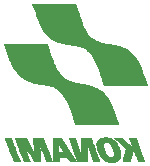
<source format=gbr>
G04 #@! TF.GenerationSoftware,KiCad,Pcbnew,(5.1.4)-1*
G04 #@! TF.CreationDate,2019-09-23T20:10:07+02:00*
G04 #@! TF.ProjectId,Konami-2_DE10Nano_adapter,4b6f6e61-6d69-42d3-925f-444531304e61,1.1*
G04 #@! TF.SameCoordinates,Original*
G04 #@! TF.FileFunction,Legend,Bot*
G04 #@! TF.FilePolarity,Positive*
%FSLAX46Y46*%
G04 Gerber Fmt 4.6, Leading zero omitted, Abs format (unit mm)*
G04 Created by KiCad (PCBNEW (5.1.4)-1) date 2019-09-23 20:10:07*
%MOMM*%
%LPD*%
G04 APERTURE LIST*
%ADD10C,0.010000*%
G04 APERTURE END LIST*
D10*
G36*
X176920399Y-61484161D02*
G01*
X176777147Y-61507881D01*
X176654229Y-61547763D01*
X176550836Y-61604252D01*
X176466162Y-61677792D01*
X176399400Y-61768829D01*
X176349744Y-61877807D01*
X176348144Y-61882421D01*
X176332155Y-61952623D01*
X176324484Y-62040117D01*
X176325028Y-62136820D01*
X176333685Y-62234649D01*
X176350352Y-62325519D01*
X176353934Y-62339542D01*
X176374979Y-62408774D01*
X176405066Y-62495142D01*
X176441739Y-62592628D01*
X176482540Y-62695217D01*
X176525013Y-62796892D01*
X176566701Y-62891637D01*
X176605146Y-62973434D01*
X176637891Y-63036267D01*
X176639926Y-63039835D01*
X176701186Y-63132106D01*
X176776552Y-63223329D01*
X176859519Y-63306685D01*
X176943583Y-63375355D01*
X176987306Y-63404025D01*
X177080821Y-63450797D01*
X177190832Y-63492016D01*
X177307168Y-63524109D01*
X177358842Y-63534616D01*
X177431737Y-63543767D01*
X177521294Y-63549230D01*
X177617680Y-63550887D01*
X177711059Y-63548620D01*
X177791596Y-63542311D01*
X177809157Y-63540003D01*
X177948789Y-63509120D01*
X178068791Y-63460122D01*
X178169280Y-63392925D01*
X178250372Y-63307439D01*
X178312183Y-63203578D01*
X178335543Y-63145737D01*
X178353352Y-63071449D01*
X178362633Y-62979601D01*
X178363013Y-62919778D01*
X177810424Y-62919778D01*
X177801099Y-62963529D01*
X177782318Y-63006406D01*
X177782311Y-63006420D01*
X177738460Y-63062234D01*
X177676421Y-63104184D01*
X177601583Y-63131008D01*
X177519340Y-63141442D01*
X177435081Y-63134226D01*
X177354199Y-63108096D01*
X177352158Y-63107138D01*
X177293420Y-63072190D01*
X177238815Y-63023926D01*
X177187079Y-62960238D01*
X177136947Y-62879015D01*
X177087154Y-62778149D01*
X177036435Y-62655529D01*
X176983525Y-62509047D01*
X176970536Y-62470632D01*
X176948094Y-62400433D01*
X176926244Y-62326622D01*
X176906270Y-62254201D01*
X176889457Y-62188171D01*
X176877088Y-62133532D01*
X176870447Y-62095285D01*
X176870174Y-62079666D01*
X176876804Y-62054532D01*
X176883339Y-62026377D01*
X176897134Y-61993752D01*
X176922175Y-61955590D01*
X176932665Y-61942785D01*
X176989644Y-61897127D01*
X177061050Y-61869484D01*
X177141915Y-61859463D01*
X177227275Y-61866673D01*
X177312161Y-61890721D01*
X177391609Y-61931215D01*
X177457160Y-61984192D01*
X177493241Y-62029648D01*
X177534259Y-62096605D01*
X177578306Y-62180718D01*
X177623476Y-62277642D01*
X177667860Y-62383033D01*
X177709552Y-62492545D01*
X177746644Y-62601835D01*
X177777228Y-62706556D01*
X177781494Y-62723004D01*
X177800639Y-62805542D01*
X177810277Y-62869124D01*
X177810424Y-62919778D01*
X178363013Y-62919778D01*
X178363279Y-62878009D01*
X178355183Y-62774491D01*
X178341770Y-62692822D01*
X178314160Y-62587332D01*
X178274050Y-62468737D01*
X178224272Y-62343231D01*
X178167659Y-62217009D01*
X178107043Y-62096265D01*
X178045258Y-61987193D01*
X177985135Y-61895986D01*
X177965509Y-61870061D01*
X177870414Y-61763114D01*
X177769219Y-61677191D01*
X177654919Y-61606596D01*
X177619526Y-61588758D01*
X177504677Y-61539726D01*
X177391527Y-61505821D01*
X177272145Y-61485372D01*
X177138598Y-61476711D01*
X177084789Y-61476157D01*
X176920399Y-61484161D01*
X176920399Y-61484161D01*
G37*
X176920399Y-61484161D02*
X176777147Y-61507881D01*
X176654229Y-61547763D01*
X176550836Y-61604252D01*
X176466162Y-61677792D01*
X176399400Y-61768829D01*
X176349744Y-61877807D01*
X176348144Y-61882421D01*
X176332155Y-61952623D01*
X176324484Y-62040117D01*
X176325028Y-62136820D01*
X176333685Y-62234649D01*
X176350352Y-62325519D01*
X176353934Y-62339542D01*
X176374979Y-62408774D01*
X176405066Y-62495142D01*
X176441739Y-62592628D01*
X176482540Y-62695217D01*
X176525013Y-62796892D01*
X176566701Y-62891637D01*
X176605146Y-62973434D01*
X176637891Y-63036267D01*
X176639926Y-63039835D01*
X176701186Y-63132106D01*
X176776552Y-63223329D01*
X176859519Y-63306685D01*
X176943583Y-63375355D01*
X176987306Y-63404025D01*
X177080821Y-63450797D01*
X177190832Y-63492016D01*
X177307168Y-63524109D01*
X177358842Y-63534616D01*
X177431737Y-63543767D01*
X177521294Y-63549230D01*
X177617680Y-63550887D01*
X177711059Y-63548620D01*
X177791596Y-63542311D01*
X177809157Y-63540003D01*
X177948789Y-63509120D01*
X178068791Y-63460122D01*
X178169280Y-63392925D01*
X178250372Y-63307439D01*
X178312183Y-63203578D01*
X178335543Y-63145737D01*
X178353352Y-63071449D01*
X178362633Y-62979601D01*
X178363013Y-62919778D01*
X177810424Y-62919778D01*
X177801099Y-62963529D01*
X177782318Y-63006406D01*
X177782311Y-63006420D01*
X177738460Y-63062234D01*
X177676421Y-63104184D01*
X177601583Y-63131008D01*
X177519340Y-63141442D01*
X177435081Y-63134226D01*
X177354199Y-63108096D01*
X177352158Y-63107138D01*
X177293420Y-63072190D01*
X177238815Y-63023926D01*
X177187079Y-62960238D01*
X177136947Y-62879015D01*
X177087154Y-62778149D01*
X177036435Y-62655529D01*
X176983525Y-62509047D01*
X176970536Y-62470632D01*
X176948094Y-62400433D01*
X176926244Y-62326622D01*
X176906270Y-62254201D01*
X176889457Y-62188171D01*
X176877088Y-62133532D01*
X176870447Y-62095285D01*
X176870174Y-62079666D01*
X176876804Y-62054532D01*
X176883339Y-62026377D01*
X176897134Y-61993752D01*
X176922175Y-61955590D01*
X176932665Y-61942785D01*
X176989644Y-61897127D01*
X177061050Y-61869484D01*
X177141915Y-61859463D01*
X177227275Y-61866673D01*
X177312161Y-61890721D01*
X177391609Y-61931215D01*
X177457160Y-61984192D01*
X177493241Y-62029648D01*
X177534259Y-62096605D01*
X177578306Y-62180718D01*
X177623476Y-62277642D01*
X177667860Y-62383033D01*
X177709552Y-62492545D01*
X177746644Y-62601835D01*
X177777228Y-62706556D01*
X177781494Y-62723004D01*
X177800639Y-62805542D01*
X177810277Y-62869124D01*
X177810424Y-62919778D01*
X178363013Y-62919778D01*
X178363279Y-62878009D01*
X178355183Y-62774491D01*
X178341770Y-62692822D01*
X178314160Y-62587332D01*
X178274050Y-62468737D01*
X178224272Y-62343231D01*
X178167659Y-62217009D01*
X178107043Y-62096265D01*
X178045258Y-61987193D01*
X177985135Y-61895986D01*
X177965509Y-61870061D01*
X177870414Y-61763114D01*
X177769219Y-61677191D01*
X177654919Y-61606596D01*
X177619526Y-61588758D01*
X177504677Y-61539726D01*
X177391527Y-61505821D01*
X177272145Y-61485372D01*
X177138598Y-61476711D01*
X177084789Y-61476157D01*
X176920399Y-61484161D01*
G36*
X179285980Y-61521639D02*
G01*
X179214038Y-61522100D01*
X179155986Y-61522806D01*
X179115798Y-61523705D01*
X179097450Y-61524745D01*
X179096737Y-61525001D01*
X179101058Y-61537977D01*
X179113301Y-61573078D01*
X179132388Y-61627251D01*
X179157238Y-61697445D01*
X179186773Y-61780607D01*
X179219913Y-61873686D01*
X179237028Y-61921675D01*
X179271362Y-62018539D01*
X179302305Y-62107085D01*
X179328820Y-62184245D01*
X179349869Y-62246952D01*
X179364416Y-62292139D01*
X179371425Y-62316738D01*
X179371797Y-62320343D01*
X179361086Y-62312798D01*
X179332634Y-62289001D01*
X179288447Y-62250725D01*
X179230530Y-62199743D01*
X179160891Y-62137829D01*
X179081535Y-62066757D01*
X178994467Y-61988300D01*
X178923100Y-61923669D01*
X178479926Y-61521474D01*
X178166699Y-61521474D01*
X178078463Y-61521882D01*
X177999929Y-61523026D01*
X177934779Y-61524790D01*
X177886697Y-61527054D01*
X177859363Y-61529701D01*
X177854452Y-61531500D01*
X177864289Y-61542210D01*
X177892080Y-61568945D01*
X177935858Y-61609898D01*
X177993658Y-61663260D01*
X178063512Y-61727224D01*
X178143455Y-61799981D01*
X178231520Y-61879724D01*
X178316073Y-61955947D01*
X178410559Y-62041030D01*
X178499408Y-62121185D01*
X178580544Y-62194529D01*
X178651891Y-62259178D01*
X178711373Y-62313250D01*
X178756912Y-62354859D01*
X178786434Y-62382122D01*
X178797460Y-62392693D01*
X178802112Y-62400029D01*
X178804486Y-62411536D01*
X178804068Y-62429599D01*
X178800341Y-62456604D01*
X178792789Y-62494935D01*
X178780898Y-62546976D01*
X178764150Y-62615113D01*
X178742031Y-62701731D01*
X178714024Y-62809213D01*
X178679614Y-62939946D01*
X178676734Y-62950854D01*
X178646370Y-63066016D01*
X178618239Y-63173009D01*
X178593053Y-63269101D01*
X178571525Y-63351561D01*
X178554367Y-63417657D01*
X178542292Y-63464657D01*
X178536011Y-63489829D01*
X178535263Y-63493345D01*
X178548016Y-63495219D01*
X178583813Y-63496888D01*
X178638963Y-63498275D01*
X178709774Y-63499302D01*
X178792554Y-63499890D01*
X178849421Y-63500000D01*
X178937864Y-63499658D01*
X179016674Y-63498698D01*
X179082159Y-63497218D01*
X179130627Y-63495319D01*
X179158386Y-63493098D01*
X179163579Y-63491573D01*
X179166826Y-63475409D01*
X179175979Y-63437042D01*
X179190150Y-63379881D01*
X179208456Y-63307332D01*
X179230009Y-63222804D01*
X179253925Y-63129706D01*
X179279317Y-63031444D01*
X179305300Y-62931427D01*
X179330989Y-62833063D01*
X179355498Y-62739760D01*
X179377940Y-62654926D01*
X179397432Y-62581968D01*
X179413086Y-62524296D01*
X179424018Y-62485315D01*
X179429342Y-62468436D01*
X179429558Y-62468061D01*
X179435912Y-62478102D01*
X179450740Y-62510601D01*
X179473007Y-62563028D01*
X179501682Y-62632851D01*
X179535732Y-62717540D01*
X179574122Y-62814564D01*
X179615821Y-62921391D01*
X179638158Y-62979166D01*
X179838684Y-63499526D01*
X180376610Y-63500000D01*
X180110615Y-62788132D01*
X180057574Y-62646140D01*
X180004168Y-62503096D01*
X179951717Y-62362540D01*
X179901541Y-62228011D01*
X179854959Y-62103049D01*
X179813291Y-61991193D01*
X179777856Y-61895981D01*
X179749974Y-61820955D01*
X179741780Y-61798868D01*
X179638941Y-61521474D01*
X179367839Y-61521474D01*
X179285980Y-61521639D01*
X179285980Y-61521639D01*
G37*
X179285980Y-61521639D02*
X179214038Y-61522100D01*
X179155986Y-61522806D01*
X179115798Y-61523705D01*
X179097450Y-61524745D01*
X179096737Y-61525001D01*
X179101058Y-61537977D01*
X179113301Y-61573078D01*
X179132388Y-61627251D01*
X179157238Y-61697445D01*
X179186773Y-61780607D01*
X179219913Y-61873686D01*
X179237028Y-61921675D01*
X179271362Y-62018539D01*
X179302305Y-62107085D01*
X179328820Y-62184245D01*
X179349869Y-62246952D01*
X179364416Y-62292139D01*
X179371425Y-62316738D01*
X179371797Y-62320343D01*
X179361086Y-62312798D01*
X179332634Y-62289001D01*
X179288447Y-62250725D01*
X179230530Y-62199743D01*
X179160891Y-62137829D01*
X179081535Y-62066757D01*
X178994467Y-61988300D01*
X178923100Y-61923669D01*
X178479926Y-61521474D01*
X178166699Y-61521474D01*
X178078463Y-61521882D01*
X177999929Y-61523026D01*
X177934779Y-61524790D01*
X177886697Y-61527054D01*
X177859363Y-61529701D01*
X177854452Y-61531500D01*
X177864289Y-61542210D01*
X177892080Y-61568945D01*
X177935858Y-61609898D01*
X177993658Y-61663260D01*
X178063512Y-61727224D01*
X178143455Y-61799981D01*
X178231520Y-61879724D01*
X178316073Y-61955947D01*
X178410559Y-62041030D01*
X178499408Y-62121185D01*
X178580544Y-62194529D01*
X178651891Y-62259178D01*
X178711373Y-62313250D01*
X178756912Y-62354859D01*
X178786434Y-62382122D01*
X178797460Y-62392693D01*
X178802112Y-62400029D01*
X178804486Y-62411536D01*
X178804068Y-62429599D01*
X178800341Y-62456604D01*
X178792789Y-62494935D01*
X178780898Y-62546976D01*
X178764150Y-62615113D01*
X178742031Y-62701731D01*
X178714024Y-62809213D01*
X178679614Y-62939946D01*
X178676734Y-62950854D01*
X178646370Y-63066016D01*
X178618239Y-63173009D01*
X178593053Y-63269101D01*
X178571525Y-63351561D01*
X178554367Y-63417657D01*
X178542292Y-63464657D01*
X178536011Y-63489829D01*
X178535263Y-63493345D01*
X178548016Y-63495219D01*
X178583813Y-63496888D01*
X178638963Y-63498275D01*
X178709774Y-63499302D01*
X178792554Y-63499890D01*
X178849421Y-63500000D01*
X178937864Y-63499658D01*
X179016674Y-63498698D01*
X179082159Y-63497218D01*
X179130627Y-63495319D01*
X179158386Y-63493098D01*
X179163579Y-63491573D01*
X179166826Y-63475409D01*
X179175979Y-63437042D01*
X179190150Y-63379881D01*
X179208456Y-63307332D01*
X179230009Y-63222804D01*
X179253925Y-63129706D01*
X179279317Y-63031444D01*
X179305300Y-62931427D01*
X179330989Y-62833063D01*
X179355498Y-62739760D01*
X179377940Y-62654926D01*
X179397432Y-62581968D01*
X179413086Y-62524296D01*
X179424018Y-62485315D01*
X179429342Y-62468436D01*
X179429558Y-62468061D01*
X179435912Y-62478102D01*
X179450740Y-62510601D01*
X179473007Y-62563028D01*
X179501682Y-62632851D01*
X179535732Y-62717540D01*
X179574122Y-62814564D01*
X179615821Y-62921391D01*
X179638158Y-62979166D01*
X179838684Y-63499526D01*
X180376610Y-63500000D01*
X180110615Y-62788132D01*
X180057574Y-62646140D01*
X180004168Y-62503096D01*
X179951717Y-62362540D01*
X179901541Y-62228011D01*
X179854959Y-62103049D01*
X179813291Y-61991193D01*
X179777856Y-61895981D01*
X179749974Y-61820955D01*
X179741780Y-61798868D01*
X179638941Y-61521474D01*
X179367839Y-61521474D01*
X179285980Y-61521639D01*
G36*
X175046041Y-61551553D02*
G01*
X175045508Y-61577631D01*
X175044047Y-61625921D01*
X175041773Y-61693452D01*
X175038803Y-61777255D01*
X175035253Y-61874362D01*
X175031239Y-61981802D01*
X175026878Y-62096607D01*
X175022286Y-62215807D01*
X175017579Y-62336434D01*
X175012873Y-62455517D01*
X175008284Y-62570087D01*
X175003929Y-62677175D01*
X174999924Y-62773813D01*
X174996385Y-62857030D01*
X174993428Y-62923857D01*
X174991170Y-62971326D01*
X174989726Y-62996466D01*
X174989358Y-62999730D01*
X174984551Y-62988101D01*
X174971987Y-62953337D01*
X174952427Y-62897647D01*
X174926630Y-62823241D01*
X174895357Y-62732328D01*
X174859368Y-62627116D01*
X174819423Y-62509815D01*
X174776283Y-62382634D01*
X174736773Y-62265757D01*
X174487816Y-61528158D01*
X174238908Y-61524521D01*
X174160641Y-61523903D01*
X174092439Y-61524369D01*
X174038454Y-61525808D01*
X174002837Y-61528108D01*
X173989741Y-61531159D01*
X173989738Y-61531205D01*
X173994252Y-61545069D01*
X174007409Y-61582058D01*
X174028499Y-61640249D01*
X174056815Y-61717720D01*
X174091648Y-61812546D01*
X174132291Y-61922806D01*
X174178035Y-62046575D01*
X174228173Y-62181930D01*
X174281995Y-62326949D01*
X174338795Y-62479708D01*
X174354027Y-62520628D01*
X174718579Y-63499729D01*
X175102921Y-63499864D01*
X175487263Y-63500000D01*
X175489147Y-63409763D01*
X175489681Y-63378567D01*
X175490491Y-63323627D01*
X175491540Y-63247936D01*
X175492786Y-63154484D01*
X175494191Y-63046263D01*
X175495716Y-62926265D01*
X175497322Y-62797481D01*
X175498968Y-62662903D01*
X175499173Y-62645962D01*
X175507315Y-61972399D01*
X175783290Y-62732857D01*
X176059265Y-63493316D01*
X176569121Y-63500574D01*
X176550879Y-63450155D01*
X176543385Y-63429601D01*
X176527455Y-63386033D01*
X176503856Y-63321544D01*
X176473353Y-63238224D01*
X176436712Y-63138164D01*
X176394699Y-63023455D01*
X176348079Y-62896188D01*
X176297619Y-62758455D01*
X176244084Y-62612345D01*
X176190424Y-62465909D01*
X176135192Y-62315124D01*
X176082722Y-62171744D01*
X176033729Y-62037731D01*
X175988929Y-61915048D01*
X175949035Y-61805659D01*
X175914765Y-61711524D01*
X175886832Y-61634608D01*
X175865952Y-61576873D01*
X175852840Y-61540281D01*
X175848211Y-61526795D01*
X175848210Y-61526778D01*
X175835386Y-61525449D01*
X175799094Y-61524242D01*
X175742599Y-61523200D01*
X175669171Y-61522367D01*
X175582077Y-61521784D01*
X175484584Y-61521497D01*
X175447158Y-61521474D01*
X175046105Y-61521474D01*
X175046041Y-61551553D01*
X175046041Y-61551553D01*
G37*
X175046041Y-61551553D02*
X175045508Y-61577631D01*
X175044047Y-61625921D01*
X175041773Y-61693452D01*
X175038803Y-61777255D01*
X175035253Y-61874362D01*
X175031239Y-61981802D01*
X175026878Y-62096607D01*
X175022286Y-62215807D01*
X175017579Y-62336434D01*
X175012873Y-62455517D01*
X175008284Y-62570087D01*
X175003929Y-62677175D01*
X174999924Y-62773813D01*
X174996385Y-62857030D01*
X174993428Y-62923857D01*
X174991170Y-62971326D01*
X174989726Y-62996466D01*
X174989358Y-62999730D01*
X174984551Y-62988101D01*
X174971987Y-62953337D01*
X174952427Y-62897647D01*
X174926630Y-62823241D01*
X174895357Y-62732328D01*
X174859368Y-62627116D01*
X174819423Y-62509815D01*
X174776283Y-62382634D01*
X174736773Y-62265757D01*
X174487816Y-61528158D01*
X174238908Y-61524521D01*
X174160641Y-61523903D01*
X174092439Y-61524369D01*
X174038454Y-61525808D01*
X174002837Y-61528108D01*
X173989741Y-61531159D01*
X173989738Y-61531205D01*
X173994252Y-61545069D01*
X174007409Y-61582058D01*
X174028499Y-61640249D01*
X174056815Y-61717720D01*
X174091648Y-61812546D01*
X174132291Y-61922806D01*
X174178035Y-62046575D01*
X174228173Y-62181930D01*
X174281995Y-62326949D01*
X174338795Y-62479708D01*
X174354027Y-62520628D01*
X174718579Y-63499729D01*
X175102921Y-63499864D01*
X175487263Y-63500000D01*
X175489147Y-63409763D01*
X175489681Y-63378567D01*
X175490491Y-63323627D01*
X175491540Y-63247936D01*
X175492786Y-63154484D01*
X175494191Y-63046263D01*
X175495716Y-62926265D01*
X175497322Y-62797481D01*
X175498968Y-62662903D01*
X175499173Y-62645962D01*
X175507315Y-61972399D01*
X175783290Y-62732857D01*
X176059265Y-63493316D01*
X176569121Y-63500574D01*
X176550879Y-63450155D01*
X176543385Y-63429601D01*
X176527455Y-63386033D01*
X176503856Y-63321544D01*
X176473353Y-63238224D01*
X176436712Y-63138164D01*
X176394699Y-63023455D01*
X176348079Y-62896188D01*
X176297619Y-62758455D01*
X176244084Y-62612345D01*
X176190424Y-62465909D01*
X176135192Y-62315124D01*
X176082722Y-62171744D01*
X176033729Y-62037731D01*
X175988929Y-61915048D01*
X175949035Y-61805659D01*
X175914765Y-61711524D01*
X175886832Y-61634608D01*
X175865952Y-61576873D01*
X175852840Y-61540281D01*
X175848211Y-61526795D01*
X175848210Y-61526778D01*
X175835386Y-61525449D01*
X175799094Y-61524242D01*
X175742599Y-61523200D01*
X175669171Y-61522367D01*
X175582077Y-61521784D01*
X175484584Y-61521497D01*
X175447158Y-61521474D01*
X175046105Y-61521474D01*
X175046041Y-61551553D01*
G36*
X172617747Y-61838748D02*
G01*
X172619902Y-61926704D01*
X172622251Y-62035966D01*
X172624696Y-62161104D01*
X172627139Y-62296688D01*
X172629482Y-62437288D01*
X172631626Y-62577476D01*
X172633381Y-62704579D01*
X172635139Y-62828733D01*
X172637125Y-62949282D01*
X172639257Y-63062526D01*
X172641454Y-63164764D01*
X172643636Y-63252297D01*
X172645722Y-63321424D01*
X172647630Y-63368445D01*
X172648071Y-63376342D01*
X172655653Y-63500000D01*
X173151633Y-63500000D01*
X173142746Y-63389711D01*
X173137230Y-63323771D01*
X173131156Y-63255000D01*
X173125799Y-63197804D01*
X173125586Y-63195639D01*
X173117313Y-63111857D01*
X173462103Y-63115428D01*
X173806893Y-63119000D01*
X173935209Y-63308888D01*
X174063526Y-63498776D01*
X174334707Y-63499388D01*
X174426202Y-63499466D01*
X174494178Y-63499039D01*
X174541854Y-63497822D01*
X174572445Y-63495532D01*
X174589169Y-63491884D01*
X174595245Y-63486593D01*
X174593888Y-63479376D01*
X174592405Y-63476605D01*
X174583172Y-63462125D01*
X174560336Y-63426972D01*
X174524986Y-63372807D01*
X174478213Y-63301295D01*
X174421107Y-63214099D01*
X174354758Y-63112882D01*
X174280257Y-62999308D01*
X174198694Y-62875040D01*
X174111159Y-62741740D01*
X174091136Y-62711263D01*
X173537680Y-62711263D01*
X173108895Y-62711263D01*
X173102178Y-62667816D01*
X173098947Y-62639172D01*
X173094725Y-62590316D01*
X173089774Y-62525495D01*
X173084360Y-62448958D01*
X173078746Y-62364952D01*
X173073194Y-62277726D01*
X173067970Y-62191527D01*
X173063337Y-62110604D01*
X173059558Y-62039205D01*
X173056897Y-61981577D01*
X173055618Y-61941968D01*
X173055985Y-61924628D01*
X173056032Y-61924473D01*
X173063742Y-61932236D01*
X173083554Y-61960768D01*
X173114052Y-62007766D01*
X173153823Y-62070931D01*
X173201452Y-62147960D01*
X173255526Y-62236552D01*
X173314629Y-62334407D01*
X173377348Y-62439222D01*
X173442268Y-62548698D01*
X173499814Y-62646581D01*
X173537680Y-62711263D01*
X174091136Y-62711263D01*
X174018741Y-62601073D01*
X173946187Y-62490684D01*
X173313451Y-61528158D01*
X172961336Y-61524590D01*
X172609222Y-61521022D01*
X172617747Y-61838748D01*
X172617747Y-61838748D01*
G37*
X172617747Y-61838748D02*
X172619902Y-61926704D01*
X172622251Y-62035966D01*
X172624696Y-62161104D01*
X172627139Y-62296688D01*
X172629482Y-62437288D01*
X172631626Y-62577476D01*
X172633381Y-62704579D01*
X172635139Y-62828733D01*
X172637125Y-62949282D01*
X172639257Y-63062526D01*
X172641454Y-63164764D01*
X172643636Y-63252297D01*
X172645722Y-63321424D01*
X172647630Y-63368445D01*
X172648071Y-63376342D01*
X172655653Y-63500000D01*
X173151633Y-63500000D01*
X173142746Y-63389711D01*
X173137230Y-63323771D01*
X173131156Y-63255000D01*
X173125799Y-63197804D01*
X173125586Y-63195639D01*
X173117313Y-63111857D01*
X173462103Y-63115428D01*
X173806893Y-63119000D01*
X173935209Y-63308888D01*
X174063526Y-63498776D01*
X174334707Y-63499388D01*
X174426202Y-63499466D01*
X174494178Y-63499039D01*
X174541854Y-63497822D01*
X174572445Y-63495532D01*
X174589169Y-63491884D01*
X174595245Y-63486593D01*
X174593888Y-63479376D01*
X174592405Y-63476605D01*
X174583172Y-63462125D01*
X174560336Y-63426972D01*
X174524986Y-63372807D01*
X174478213Y-63301295D01*
X174421107Y-63214099D01*
X174354758Y-63112882D01*
X174280257Y-62999308D01*
X174198694Y-62875040D01*
X174111159Y-62741740D01*
X174091136Y-62711263D01*
X173537680Y-62711263D01*
X173108895Y-62711263D01*
X173102178Y-62667816D01*
X173098947Y-62639172D01*
X173094725Y-62590316D01*
X173089774Y-62525495D01*
X173084360Y-62448958D01*
X173078746Y-62364952D01*
X173073194Y-62277726D01*
X173067970Y-62191527D01*
X173063337Y-62110604D01*
X173059558Y-62039205D01*
X173056897Y-61981577D01*
X173055618Y-61941968D01*
X173055985Y-61924628D01*
X173056032Y-61924473D01*
X173063742Y-61932236D01*
X173083554Y-61960768D01*
X173114052Y-62007766D01*
X173153823Y-62070931D01*
X173201452Y-62147960D01*
X173255526Y-62236552D01*
X173314629Y-62334407D01*
X173377348Y-62439222D01*
X173442268Y-62548698D01*
X173499814Y-62646581D01*
X173537680Y-62711263D01*
X174091136Y-62711263D01*
X174018741Y-62601073D01*
X173946187Y-62490684D01*
X173313451Y-61528158D01*
X172961336Y-61524590D01*
X172609222Y-61521022D01*
X172617747Y-61838748D01*
G36*
X170942000Y-61556238D02*
G01*
X170943753Y-61576127D01*
X170948779Y-61619789D01*
X170956731Y-61684504D01*
X170967259Y-61767554D01*
X170980015Y-61866220D01*
X170994650Y-61977785D01*
X171010815Y-62099529D01*
X171028163Y-62228734D01*
X171029621Y-62239529D01*
X171046879Y-62367938D01*
X171062847Y-62488054D01*
X171077198Y-62597324D01*
X171089605Y-62693194D01*
X171099741Y-62773108D01*
X171107278Y-62834514D01*
X171111890Y-62874856D01*
X171113248Y-62891581D01*
X171113173Y-62891884D01*
X171106027Y-62881296D01*
X171086870Y-62849458D01*
X171056868Y-62798387D01*
X171017184Y-62730100D01*
X170968982Y-62646611D01*
X170913428Y-62549938D01*
X170851685Y-62442097D01*
X170784917Y-62325104D01*
X170720517Y-62211935D01*
X170331930Y-61528158D01*
X169887379Y-61524634D01*
X169766734Y-61523730D01*
X169670179Y-61523220D01*
X169595069Y-61523238D01*
X169538761Y-61523914D01*
X169498608Y-61525380D01*
X169471966Y-61527766D01*
X169456190Y-61531205D01*
X169448635Y-61535827D01*
X169446656Y-61541764D01*
X169447125Y-61546497D01*
X169452402Y-61562802D01*
X169466353Y-61602159D01*
X169488246Y-61662591D01*
X169517354Y-61742122D01*
X169552945Y-61838775D01*
X169594291Y-61950573D01*
X169640660Y-62075540D01*
X169691324Y-62211698D01*
X169745552Y-62357071D01*
X169802615Y-62509683D01*
X169812368Y-62535732D01*
X170173315Y-63499581D01*
X170417289Y-63499790D01*
X170494720Y-63499336D01*
X170562020Y-63497947D01*
X170615000Y-63495791D01*
X170649472Y-63493036D01*
X170661262Y-63489974D01*
X170656646Y-63475996D01*
X170643350Y-63439241D01*
X170622201Y-63381921D01*
X170594028Y-63306248D01*
X170559658Y-63214435D01*
X170519920Y-63108693D01*
X170475642Y-62991235D01*
X170427651Y-62864273D01*
X170380308Y-62739331D01*
X170329716Y-62605761D01*
X170282166Y-62479832D01*
X170238474Y-62363728D01*
X170199455Y-62259633D01*
X170165924Y-62169731D01*
X170138695Y-62096207D01*
X170118582Y-62041244D01*
X170106402Y-62007027D01*
X170102914Y-61995729D01*
X170110586Y-62006137D01*
X170131572Y-62037175D01*
X170164675Y-62087021D01*
X170208701Y-62153846D01*
X170262452Y-62235827D01*
X170324733Y-62331136D01*
X170394349Y-62437950D01*
X170470103Y-62554441D01*
X170550799Y-62678784D01*
X170594421Y-62746099D01*
X171082368Y-63499453D01*
X171333026Y-63499727D01*
X171420850Y-63499652D01*
X171485461Y-63498990D01*
X171530385Y-63497408D01*
X171559144Y-63494577D01*
X171575263Y-63490165D01*
X171582265Y-63483841D01*
X171583684Y-63476198D01*
X171582725Y-63458693D01*
X171579968Y-63417048D01*
X171575593Y-63353786D01*
X171569779Y-63271432D01*
X171562708Y-63172510D01*
X171554558Y-63059542D01*
X171545510Y-62935053D01*
X171535744Y-62801565D01*
X171530144Y-62725404D01*
X171520168Y-62588800D01*
X171510955Y-62460404D01*
X171502667Y-62342651D01*
X171495469Y-62237978D01*
X171489525Y-62148822D01*
X171484998Y-62077619D01*
X171482051Y-62026805D01*
X171480849Y-61998817D01*
X171481010Y-61994007D01*
X171486352Y-62005368D01*
X171500213Y-62039632D01*
X171521772Y-62094653D01*
X171550208Y-62168283D01*
X171584697Y-62258374D01*
X171624418Y-62362778D01*
X171668548Y-62479348D01*
X171716266Y-62605936D01*
X171766749Y-62740395D01*
X171767147Y-62741458D01*
X172048878Y-63493316D01*
X172304529Y-63496948D01*
X172560180Y-63500579D01*
X172542204Y-63456842D01*
X172534708Y-63437474D01*
X172518639Y-63395104D01*
X172494766Y-63331784D01*
X172463857Y-63249564D01*
X172426682Y-63150495D01*
X172384010Y-63036627D01*
X172336609Y-62910012D01*
X172285248Y-62772699D01*
X172230697Y-62626740D01*
X172173724Y-62474184D01*
X172171150Y-62467289D01*
X171818072Y-61521474D01*
X170942000Y-61521474D01*
X170942000Y-61556238D01*
X170942000Y-61556238D01*
G37*
X170942000Y-61556238D02*
X170943753Y-61576127D01*
X170948779Y-61619789D01*
X170956731Y-61684504D01*
X170967259Y-61767554D01*
X170980015Y-61866220D01*
X170994650Y-61977785D01*
X171010815Y-62099529D01*
X171028163Y-62228734D01*
X171029621Y-62239529D01*
X171046879Y-62367938D01*
X171062847Y-62488054D01*
X171077198Y-62597324D01*
X171089605Y-62693194D01*
X171099741Y-62773108D01*
X171107278Y-62834514D01*
X171111890Y-62874856D01*
X171113248Y-62891581D01*
X171113173Y-62891884D01*
X171106027Y-62881296D01*
X171086870Y-62849458D01*
X171056868Y-62798387D01*
X171017184Y-62730100D01*
X170968982Y-62646611D01*
X170913428Y-62549938D01*
X170851685Y-62442097D01*
X170784917Y-62325104D01*
X170720517Y-62211935D01*
X170331930Y-61528158D01*
X169887379Y-61524634D01*
X169766734Y-61523730D01*
X169670179Y-61523220D01*
X169595069Y-61523238D01*
X169538761Y-61523914D01*
X169498608Y-61525380D01*
X169471966Y-61527766D01*
X169456190Y-61531205D01*
X169448635Y-61535827D01*
X169446656Y-61541764D01*
X169447125Y-61546497D01*
X169452402Y-61562802D01*
X169466353Y-61602159D01*
X169488246Y-61662591D01*
X169517354Y-61742122D01*
X169552945Y-61838775D01*
X169594291Y-61950573D01*
X169640660Y-62075540D01*
X169691324Y-62211698D01*
X169745552Y-62357071D01*
X169802615Y-62509683D01*
X169812368Y-62535732D01*
X170173315Y-63499581D01*
X170417289Y-63499790D01*
X170494720Y-63499336D01*
X170562020Y-63497947D01*
X170615000Y-63495791D01*
X170649472Y-63493036D01*
X170661262Y-63489974D01*
X170656646Y-63475996D01*
X170643350Y-63439241D01*
X170622201Y-63381921D01*
X170594028Y-63306248D01*
X170559658Y-63214435D01*
X170519920Y-63108693D01*
X170475642Y-62991235D01*
X170427651Y-62864273D01*
X170380308Y-62739331D01*
X170329716Y-62605761D01*
X170282166Y-62479832D01*
X170238474Y-62363728D01*
X170199455Y-62259633D01*
X170165924Y-62169731D01*
X170138695Y-62096207D01*
X170118582Y-62041244D01*
X170106402Y-62007027D01*
X170102914Y-61995729D01*
X170110586Y-62006137D01*
X170131572Y-62037175D01*
X170164675Y-62087021D01*
X170208701Y-62153846D01*
X170262452Y-62235827D01*
X170324733Y-62331136D01*
X170394349Y-62437950D01*
X170470103Y-62554441D01*
X170550799Y-62678784D01*
X170594421Y-62746099D01*
X171082368Y-63499453D01*
X171333026Y-63499727D01*
X171420850Y-63499652D01*
X171485461Y-63498990D01*
X171530385Y-63497408D01*
X171559144Y-63494577D01*
X171575263Y-63490165D01*
X171582265Y-63483841D01*
X171583684Y-63476198D01*
X171582725Y-63458693D01*
X171579968Y-63417048D01*
X171575593Y-63353786D01*
X171569779Y-63271432D01*
X171562708Y-63172510D01*
X171554558Y-63059542D01*
X171545510Y-62935053D01*
X171535744Y-62801565D01*
X171530144Y-62725404D01*
X171520168Y-62588800D01*
X171510955Y-62460404D01*
X171502667Y-62342651D01*
X171495469Y-62237978D01*
X171489525Y-62148822D01*
X171484998Y-62077619D01*
X171482051Y-62026805D01*
X171480849Y-61998817D01*
X171481010Y-61994007D01*
X171486352Y-62005368D01*
X171500213Y-62039632D01*
X171521772Y-62094653D01*
X171550208Y-62168283D01*
X171584697Y-62258374D01*
X171624418Y-62362778D01*
X171668548Y-62479348D01*
X171716266Y-62605936D01*
X171766749Y-62740395D01*
X171767147Y-62741458D01*
X172048878Y-63493316D01*
X172304529Y-63496948D01*
X172560180Y-63500579D01*
X172542204Y-63456842D01*
X172534708Y-63437474D01*
X172518639Y-63395104D01*
X172494766Y-63331784D01*
X172463857Y-63249564D01*
X172426682Y-63150495D01*
X172384010Y-63036627D01*
X172336609Y-62910012D01*
X172285248Y-62772699D01*
X172230697Y-62626740D01*
X172173724Y-62474184D01*
X172171150Y-62467289D01*
X171818072Y-61521474D01*
X170942000Y-61521474D01*
X170942000Y-61556238D01*
G36*
X168739147Y-61521581D02*
G01*
X168674160Y-61522146D01*
X168629049Y-61523531D01*
X168600385Y-61526100D01*
X168584737Y-61530216D01*
X168578675Y-61536242D01*
X168578769Y-61544542D01*
X168579538Y-61547733D01*
X168585266Y-61564166D01*
X168599728Y-61603624D01*
X168622181Y-61664130D01*
X168651884Y-61743708D01*
X168688095Y-61840380D01*
X168730073Y-61952170D01*
X168777077Y-62077101D01*
X168828364Y-62213197D01*
X168883193Y-62358479D01*
X168940823Y-62510973D01*
X168950665Y-62536996D01*
X169314925Y-63500000D01*
X169828718Y-63500000D01*
X169464114Y-62524732D01*
X169406398Y-62370462D01*
X169351277Y-62223353D01*
X169299482Y-62085342D01*
X169251745Y-61958366D01*
X169208796Y-61844361D01*
X169171366Y-61745264D01*
X169140185Y-61663012D01*
X169115985Y-61599543D01*
X169099496Y-61556792D01*
X169091449Y-61536697D01*
X169090861Y-61535469D01*
X169074033Y-61530069D01*
X169031907Y-61525915D01*
X168965892Y-61523082D01*
X168877401Y-61521645D01*
X168827441Y-61521474D01*
X168739147Y-61521581D01*
X168739147Y-61521581D01*
G37*
X168739147Y-61521581D02*
X168674160Y-61522146D01*
X168629049Y-61523531D01*
X168600385Y-61526100D01*
X168584737Y-61530216D01*
X168578675Y-61536242D01*
X168578769Y-61544542D01*
X168579538Y-61547733D01*
X168585266Y-61564166D01*
X168599728Y-61603624D01*
X168622181Y-61664130D01*
X168651884Y-61743708D01*
X168688095Y-61840380D01*
X168730073Y-61952170D01*
X168777077Y-62077101D01*
X168828364Y-62213197D01*
X168883193Y-62358479D01*
X168940823Y-62510973D01*
X168950665Y-62536996D01*
X169314925Y-63500000D01*
X169828718Y-63500000D01*
X169464114Y-62524732D01*
X169406398Y-62370462D01*
X169351277Y-62223353D01*
X169299482Y-62085342D01*
X169251745Y-61958366D01*
X169208796Y-61844361D01*
X169171366Y-61745264D01*
X169140185Y-61663012D01*
X169115985Y-61599543D01*
X169099496Y-61556792D01*
X169091449Y-61536697D01*
X169090861Y-61535469D01*
X169074033Y-61530069D01*
X169031907Y-61525915D01*
X168965892Y-61523082D01*
X168877401Y-61521645D01*
X168827441Y-61521474D01*
X168739147Y-61521581D01*
G36*
X170638355Y-53529997D02*
G01*
X170423522Y-53530242D01*
X170297550Y-53530452D01*
X168471427Y-53533842D01*
X168768144Y-54342632D01*
X168840598Y-54539298D01*
X168905427Y-54713049D01*
X168963751Y-54866233D01*
X169016692Y-55001199D01*
X169065372Y-55120297D01*
X169110912Y-55225876D01*
X169154432Y-55320284D01*
X169197056Y-55405873D01*
X169239903Y-55484990D01*
X169284096Y-55559985D01*
X169330755Y-55633208D01*
X169381003Y-55707007D01*
X169435960Y-55783733D01*
X169492411Y-55859947D01*
X169656806Y-56062099D01*
X169829255Y-56239553D01*
X170011729Y-56393646D01*
X170206195Y-56525716D01*
X170414622Y-56637101D01*
X170638980Y-56729136D01*
X170881109Y-56803126D01*
X170957974Y-56822206D01*
X171037834Y-56840053D01*
X171124363Y-56857308D01*
X171221237Y-56874615D01*
X171332133Y-56892616D01*
X171460725Y-56911955D01*
X171610689Y-56933273D01*
X171680376Y-56942896D01*
X171853095Y-56967421D01*
X172002730Y-56990670D01*
X172132853Y-57013440D01*
X172247037Y-57036529D01*
X172348853Y-57060732D01*
X172441875Y-57086849D01*
X172529673Y-57115676D01*
X172615822Y-57148009D01*
X172636305Y-57156240D01*
X172773271Y-57218315D01*
X172899667Y-57289933D01*
X173020729Y-57374787D01*
X173141694Y-57476566D01*
X173267797Y-57598962D01*
X173275159Y-57606544D01*
X173453769Y-57808963D01*
X173617371Y-58031921D01*
X173766248Y-58275921D01*
X173900686Y-58541471D01*
X174020968Y-58829076D01*
X174115642Y-59101789D01*
X174133824Y-59157832D01*
X174159489Y-59235097D01*
X174191274Y-59329575D01*
X174227819Y-59437256D01*
X174267760Y-59554132D01*
X174309735Y-59676193D01*
X174352384Y-59799430D01*
X174363136Y-59830368D01*
X174549145Y-60365105D01*
X176361730Y-60368495D01*
X176624451Y-60368895D01*
X176869464Y-60369082D01*
X177095979Y-60369059D01*
X177303205Y-60368832D01*
X177490353Y-60368404D01*
X177656633Y-60367779D01*
X177801255Y-60366961D01*
X177923430Y-60365955D01*
X178022367Y-60364763D01*
X178097277Y-60363390D01*
X178147370Y-60361840D01*
X178171856Y-60360118D01*
X178174315Y-60359325D01*
X178169901Y-60344082D01*
X178157292Y-60306371D01*
X178137444Y-60248845D01*
X178111308Y-60174160D01*
X178079839Y-60084970D01*
X178043990Y-59983930D01*
X178004715Y-59873693D01*
X177962967Y-59756916D01*
X177919700Y-59636252D01*
X177875867Y-59514357D01*
X177832421Y-59393884D01*
X177790317Y-59277489D01*
X177750507Y-59167825D01*
X177713945Y-59067549D01*
X177681584Y-58979313D01*
X177654379Y-58905774D01*
X177633282Y-58849585D01*
X177619247Y-58813401D01*
X177617581Y-58809307D01*
X177493103Y-58533757D01*
X177356325Y-58281835D01*
X177207026Y-58053317D01*
X177044988Y-57847977D01*
X176869990Y-57665592D01*
X176681814Y-57505937D01*
X176480239Y-57368788D01*
X176265046Y-57253921D01*
X176036016Y-57161111D01*
X175988579Y-57145192D01*
X175911475Y-57120630D01*
X175839369Y-57098845D01*
X175768847Y-57079096D01*
X175696495Y-57060638D01*
X175618898Y-57042729D01*
X175532643Y-57024624D01*
X175434316Y-57005582D01*
X175320502Y-56984859D01*
X175187787Y-56961711D01*
X175032757Y-56935395D01*
X174998031Y-56929562D01*
X174808040Y-56896394D01*
X174641098Y-56864238D01*
X174493591Y-56832099D01*
X174361907Y-56798985D01*
X174242433Y-56763901D01*
X174131556Y-56725854D01*
X174025664Y-56683849D01*
X173921142Y-56636893D01*
X173903599Y-56628514D01*
X173701941Y-56516680D01*
X173514120Y-56382092D01*
X173340489Y-56225087D01*
X173181400Y-56045998D01*
X173037206Y-55845162D01*
X172979378Y-55751364D01*
X172915835Y-55639682D01*
X172855091Y-55524806D01*
X172796129Y-55404212D01*
X172737930Y-55275378D01*
X172679475Y-55135780D01*
X172619745Y-54982896D01*
X172557723Y-54814203D01*
X172492388Y-54627177D01*
X172422723Y-54419295D01*
X172347709Y-54188036D01*
X172345846Y-54182211D01*
X172305767Y-54057301D01*
X172267936Y-53940135D01*
X172233166Y-53833182D01*
X172202271Y-53738909D01*
X172176063Y-53659783D01*
X172155357Y-53598273D01*
X172140966Y-53556844D01*
X172133702Y-53537967D01*
X172133199Y-53537136D01*
X172118929Y-53535954D01*
X172079465Y-53534859D01*
X172016348Y-53533859D01*
X171931121Y-53532957D01*
X171825324Y-53532161D01*
X171700501Y-53531475D01*
X171558194Y-53530905D01*
X171399943Y-53530458D01*
X171227292Y-53530137D01*
X171041783Y-53529950D01*
X170844956Y-53529901D01*
X170638355Y-53529997D01*
X170638355Y-53529997D01*
G37*
X170638355Y-53529997D02*
X170423522Y-53530242D01*
X170297550Y-53530452D01*
X168471427Y-53533842D01*
X168768144Y-54342632D01*
X168840598Y-54539298D01*
X168905427Y-54713049D01*
X168963751Y-54866233D01*
X169016692Y-55001199D01*
X169065372Y-55120297D01*
X169110912Y-55225876D01*
X169154432Y-55320284D01*
X169197056Y-55405873D01*
X169239903Y-55484990D01*
X169284096Y-55559985D01*
X169330755Y-55633208D01*
X169381003Y-55707007D01*
X169435960Y-55783733D01*
X169492411Y-55859947D01*
X169656806Y-56062099D01*
X169829255Y-56239553D01*
X170011729Y-56393646D01*
X170206195Y-56525716D01*
X170414622Y-56637101D01*
X170638980Y-56729136D01*
X170881109Y-56803126D01*
X170957974Y-56822206D01*
X171037834Y-56840053D01*
X171124363Y-56857308D01*
X171221237Y-56874615D01*
X171332133Y-56892616D01*
X171460725Y-56911955D01*
X171610689Y-56933273D01*
X171680376Y-56942896D01*
X171853095Y-56967421D01*
X172002730Y-56990670D01*
X172132853Y-57013440D01*
X172247037Y-57036529D01*
X172348853Y-57060732D01*
X172441875Y-57086849D01*
X172529673Y-57115676D01*
X172615822Y-57148009D01*
X172636305Y-57156240D01*
X172773271Y-57218315D01*
X172899667Y-57289933D01*
X173020729Y-57374787D01*
X173141694Y-57476566D01*
X173267797Y-57598962D01*
X173275159Y-57606544D01*
X173453769Y-57808963D01*
X173617371Y-58031921D01*
X173766248Y-58275921D01*
X173900686Y-58541471D01*
X174020968Y-58829076D01*
X174115642Y-59101789D01*
X174133824Y-59157832D01*
X174159489Y-59235097D01*
X174191274Y-59329575D01*
X174227819Y-59437256D01*
X174267760Y-59554132D01*
X174309735Y-59676193D01*
X174352384Y-59799430D01*
X174363136Y-59830368D01*
X174549145Y-60365105D01*
X176361730Y-60368495D01*
X176624451Y-60368895D01*
X176869464Y-60369082D01*
X177095979Y-60369059D01*
X177303205Y-60368832D01*
X177490353Y-60368404D01*
X177656633Y-60367779D01*
X177801255Y-60366961D01*
X177923430Y-60365955D01*
X178022367Y-60364763D01*
X178097277Y-60363390D01*
X178147370Y-60361840D01*
X178171856Y-60360118D01*
X178174315Y-60359325D01*
X178169901Y-60344082D01*
X178157292Y-60306371D01*
X178137444Y-60248845D01*
X178111308Y-60174160D01*
X178079839Y-60084970D01*
X178043990Y-59983930D01*
X178004715Y-59873693D01*
X177962967Y-59756916D01*
X177919700Y-59636252D01*
X177875867Y-59514357D01*
X177832421Y-59393884D01*
X177790317Y-59277489D01*
X177750507Y-59167825D01*
X177713945Y-59067549D01*
X177681584Y-58979313D01*
X177654379Y-58905774D01*
X177633282Y-58849585D01*
X177619247Y-58813401D01*
X177617581Y-58809307D01*
X177493103Y-58533757D01*
X177356325Y-58281835D01*
X177207026Y-58053317D01*
X177044988Y-57847977D01*
X176869990Y-57665592D01*
X176681814Y-57505937D01*
X176480239Y-57368788D01*
X176265046Y-57253921D01*
X176036016Y-57161111D01*
X175988579Y-57145192D01*
X175911475Y-57120630D01*
X175839369Y-57098845D01*
X175768847Y-57079096D01*
X175696495Y-57060638D01*
X175618898Y-57042729D01*
X175532643Y-57024624D01*
X175434316Y-57005582D01*
X175320502Y-56984859D01*
X175187787Y-56961711D01*
X175032757Y-56935395D01*
X174998031Y-56929562D01*
X174808040Y-56896394D01*
X174641098Y-56864238D01*
X174493591Y-56832099D01*
X174361907Y-56798985D01*
X174242433Y-56763901D01*
X174131556Y-56725854D01*
X174025664Y-56683849D01*
X173921142Y-56636893D01*
X173903599Y-56628514D01*
X173701941Y-56516680D01*
X173514120Y-56382092D01*
X173340489Y-56225087D01*
X173181400Y-56045998D01*
X173037206Y-55845162D01*
X172979378Y-55751364D01*
X172915835Y-55639682D01*
X172855091Y-55524806D01*
X172796129Y-55404212D01*
X172737930Y-55275378D01*
X172679475Y-55135780D01*
X172619745Y-54982896D01*
X172557723Y-54814203D01*
X172492388Y-54627177D01*
X172422723Y-54419295D01*
X172347709Y-54188036D01*
X172345846Y-54182211D01*
X172305767Y-54057301D01*
X172267936Y-53940135D01*
X172233166Y-53833182D01*
X172202271Y-53738909D01*
X172176063Y-53659783D01*
X172155357Y-53598273D01*
X172140966Y-53556844D01*
X172133702Y-53537967D01*
X172133199Y-53537136D01*
X172118929Y-53535954D01*
X172079465Y-53534859D01*
X172016348Y-53533859D01*
X171931121Y-53532957D01*
X171825324Y-53532161D01*
X171700501Y-53531475D01*
X171558194Y-53530905D01*
X171399943Y-53530458D01*
X171227292Y-53530137D01*
X171041783Y-53529950D01*
X170844956Y-53529901D01*
X170638355Y-53529997D01*
G36*
X173448375Y-50187448D02*
G01*
X173252145Y-50187592D01*
X173046162Y-50187823D01*
X172831969Y-50188144D01*
X172718141Y-50188347D01*
X170907184Y-50191737D01*
X171176450Y-50940368D01*
X171236453Y-51107127D01*
X171288339Y-51251045D01*
X171333021Y-51374452D01*
X171371411Y-51479672D01*
X171404420Y-51569034D01*
X171432960Y-51644863D01*
X171457944Y-51709488D01*
X171480284Y-51765234D01*
X171500892Y-51814429D01*
X171520679Y-51859399D01*
X171540558Y-51902471D01*
X171561442Y-51945972D01*
X171584241Y-51992230D01*
X171605254Y-52034346D01*
X171739921Y-52280728D01*
X171885826Y-52503202D01*
X172043790Y-52702482D01*
X172214633Y-52879284D01*
X172399176Y-53034324D01*
X172598239Y-53168316D01*
X172812641Y-53281976D01*
X173043204Y-53376018D01*
X173202726Y-53427138D01*
X173290538Y-53451192D01*
X173383301Y-53473803D01*
X173484491Y-53495630D01*
X173597584Y-53517331D01*
X173726057Y-53539565D01*
X173873386Y-53562991D01*
X174043047Y-53588267D01*
X174085381Y-53594381D01*
X174284388Y-53623919D01*
X174459460Y-53652195D01*
X174613315Y-53680038D01*
X174748674Y-53708277D01*
X174868256Y-53737741D01*
X174974781Y-53769260D01*
X175070968Y-53803662D01*
X175159537Y-53841777D01*
X175243207Y-53884435D01*
X175324697Y-53932464D01*
X175406727Y-53986694D01*
X175433464Y-54005441D01*
X175495666Y-54054237D01*
X175568575Y-54118869D01*
X175646736Y-54193873D01*
X175724692Y-54273786D01*
X175796989Y-54353146D01*
X175858171Y-54426488D01*
X175872426Y-54445015D01*
X176013446Y-54648714D01*
X176149702Y-54878675D01*
X176281202Y-55134915D01*
X176400052Y-55398737D01*
X176426765Y-55461853D01*
X176450161Y-55517715D01*
X176471204Y-55569079D01*
X176490859Y-55618702D01*
X176510091Y-55669338D01*
X176529864Y-55723745D01*
X176551144Y-55784678D01*
X176574895Y-55854892D01*
X176602082Y-55937145D01*
X176633669Y-56034192D01*
X176670621Y-56148789D01*
X176713903Y-56283693D01*
X176757629Y-56420253D01*
X176796118Y-56540282D01*
X176832250Y-56652537D01*
X176865186Y-56754444D01*
X176894088Y-56843425D01*
X176918116Y-56916905D01*
X176936431Y-56972309D01*
X176948195Y-57007059D01*
X176952449Y-57018490D01*
X176966403Y-57019834D01*
X177005551Y-57021131D01*
X177068352Y-57022373D01*
X177153263Y-57023550D01*
X177258742Y-57024653D01*
X177383247Y-57025672D01*
X177525235Y-57026597D01*
X177683164Y-57027420D01*
X177855492Y-57028130D01*
X178040676Y-57028719D01*
X178237175Y-57029176D01*
X178443447Y-57029493D01*
X178657948Y-57029660D01*
X178778114Y-57029684D01*
X179044057Y-57029641D01*
X179284389Y-57029503D01*
X179500232Y-57029260D01*
X179692711Y-57028903D01*
X179862950Y-57028420D01*
X180012074Y-57027801D01*
X180141206Y-57027037D01*
X180251472Y-57026116D01*
X180343994Y-57025028D01*
X180419898Y-57023763D01*
X180480308Y-57022310D01*
X180526348Y-57020660D01*
X180559141Y-57018801D01*
X180579813Y-57016724D01*
X180589488Y-57014417D01*
X180590504Y-57012974D01*
X180585005Y-56997814D01*
X180571248Y-56959619D01*
X180549998Y-56900520D01*
X180522020Y-56822650D01*
X180488081Y-56728139D01*
X180448946Y-56619122D01*
X180405380Y-56497728D01*
X180358150Y-56366092D01*
X180308020Y-56226344D01*
X180286886Y-56167421D01*
X180218883Y-55978479D01*
X180158733Y-55812859D01*
X180105671Y-55668576D01*
X180058934Y-55543641D01*
X180017758Y-55436068D01*
X179981381Y-55343868D01*
X179949038Y-55265055D01*
X179919965Y-55197642D01*
X179893400Y-55139640D01*
X179886244Y-55124684D01*
X179758913Y-54886476D01*
X179617818Y-54670956D01*
X179462110Y-54477401D01*
X179290940Y-54305089D01*
X179103460Y-54153296D01*
X178898819Y-54021301D01*
X178676171Y-53908381D01*
X178434665Y-53813813D01*
X178294631Y-53769692D01*
X178228144Y-53750752D01*
X178164446Y-53733538D01*
X178100074Y-53717314D01*
X178031565Y-53701340D01*
X177955456Y-53684878D01*
X177868283Y-53667191D01*
X177766584Y-53647539D01*
X177646894Y-53625184D01*
X177505752Y-53599388D01*
X177439863Y-53587462D01*
X177254331Y-53553304D01*
X177092336Y-53521920D01*
X176950915Y-53492501D01*
X176827110Y-53464238D01*
X176717960Y-53436324D01*
X176620506Y-53407949D01*
X176531786Y-53378305D01*
X176448841Y-53346583D01*
X176368710Y-53311976D01*
X176288434Y-53273674D01*
X176285329Y-53272128D01*
X176083601Y-53156715D01*
X175895029Y-53018233D01*
X175720037Y-52857125D01*
X175559052Y-52673835D01*
X175412500Y-52468806D01*
X175280806Y-52242482D01*
X175262862Y-52207711D01*
X175217411Y-52116276D01*
X175177808Y-52031534D01*
X175141802Y-51947820D01*
X175107144Y-51859469D01*
X175071585Y-51760816D01*
X175032875Y-51646195D01*
X175001157Y-51548632D01*
X174980647Y-51485665D01*
X174954512Y-51406766D01*
X174923711Y-51314724D01*
X174889201Y-51212326D01*
X174851939Y-51102360D01*
X174812884Y-50987614D01*
X174772994Y-50870876D01*
X174733224Y-50754933D01*
X174694535Y-50642574D01*
X174657883Y-50536586D01*
X174624225Y-50439758D01*
X174594521Y-50354876D01*
X174569727Y-50284729D01*
X174550800Y-50232105D01*
X174538700Y-50199792D01*
X174534576Y-50190436D01*
X174520796Y-50189801D01*
X174481823Y-50189237D01*
X174419202Y-50188744D01*
X174334475Y-50188324D01*
X174229188Y-50187980D01*
X174104884Y-50187712D01*
X173963106Y-50187524D01*
X173805400Y-50187416D01*
X173633308Y-50187390D01*
X173448375Y-50187448D01*
X173448375Y-50187448D01*
G37*
X173448375Y-50187448D02*
X173252145Y-50187592D01*
X173046162Y-50187823D01*
X172831969Y-50188144D01*
X172718141Y-50188347D01*
X170907184Y-50191737D01*
X171176450Y-50940368D01*
X171236453Y-51107127D01*
X171288339Y-51251045D01*
X171333021Y-51374452D01*
X171371411Y-51479672D01*
X171404420Y-51569034D01*
X171432960Y-51644863D01*
X171457944Y-51709488D01*
X171480284Y-51765234D01*
X171500892Y-51814429D01*
X171520679Y-51859399D01*
X171540558Y-51902471D01*
X171561442Y-51945972D01*
X171584241Y-51992230D01*
X171605254Y-52034346D01*
X171739921Y-52280728D01*
X171885826Y-52503202D01*
X172043790Y-52702482D01*
X172214633Y-52879284D01*
X172399176Y-53034324D01*
X172598239Y-53168316D01*
X172812641Y-53281976D01*
X173043204Y-53376018D01*
X173202726Y-53427138D01*
X173290538Y-53451192D01*
X173383301Y-53473803D01*
X173484491Y-53495630D01*
X173597584Y-53517331D01*
X173726057Y-53539565D01*
X173873386Y-53562991D01*
X174043047Y-53588267D01*
X174085381Y-53594381D01*
X174284388Y-53623919D01*
X174459460Y-53652195D01*
X174613315Y-53680038D01*
X174748674Y-53708277D01*
X174868256Y-53737741D01*
X174974781Y-53769260D01*
X175070968Y-53803662D01*
X175159537Y-53841777D01*
X175243207Y-53884435D01*
X175324697Y-53932464D01*
X175406727Y-53986694D01*
X175433464Y-54005441D01*
X175495666Y-54054237D01*
X175568575Y-54118869D01*
X175646736Y-54193873D01*
X175724692Y-54273786D01*
X175796989Y-54353146D01*
X175858171Y-54426488D01*
X175872426Y-54445015D01*
X176013446Y-54648714D01*
X176149702Y-54878675D01*
X176281202Y-55134915D01*
X176400052Y-55398737D01*
X176426765Y-55461853D01*
X176450161Y-55517715D01*
X176471204Y-55569079D01*
X176490859Y-55618702D01*
X176510091Y-55669338D01*
X176529864Y-55723745D01*
X176551144Y-55784678D01*
X176574895Y-55854892D01*
X176602082Y-55937145D01*
X176633669Y-56034192D01*
X176670621Y-56148789D01*
X176713903Y-56283693D01*
X176757629Y-56420253D01*
X176796118Y-56540282D01*
X176832250Y-56652537D01*
X176865186Y-56754444D01*
X176894088Y-56843425D01*
X176918116Y-56916905D01*
X176936431Y-56972309D01*
X176948195Y-57007059D01*
X176952449Y-57018490D01*
X176966403Y-57019834D01*
X177005551Y-57021131D01*
X177068352Y-57022373D01*
X177153263Y-57023550D01*
X177258742Y-57024653D01*
X177383247Y-57025672D01*
X177525235Y-57026597D01*
X177683164Y-57027420D01*
X177855492Y-57028130D01*
X178040676Y-57028719D01*
X178237175Y-57029176D01*
X178443447Y-57029493D01*
X178657948Y-57029660D01*
X178778114Y-57029684D01*
X179044057Y-57029641D01*
X179284389Y-57029503D01*
X179500232Y-57029260D01*
X179692711Y-57028903D01*
X179862950Y-57028420D01*
X180012074Y-57027801D01*
X180141206Y-57027037D01*
X180251472Y-57026116D01*
X180343994Y-57025028D01*
X180419898Y-57023763D01*
X180480308Y-57022310D01*
X180526348Y-57020660D01*
X180559141Y-57018801D01*
X180579813Y-57016724D01*
X180589488Y-57014417D01*
X180590504Y-57012974D01*
X180585005Y-56997814D01*
X180571248Y-56959619D01*
X180549998Y-56900520D01*
X180522020Y-56822650D01*
X180488081Y-56728139D01*
X180448946Y-56619122D01*
X180405380Y-56497728D01*
X180358150Y-56366092D01*
X180308020Y-56226344D01*
X180286886Y-56167421D01*
X180218883Y-55978479D01*
X180158733Y-55812859D01*
X180105671Y-55668576D01*
X180058934Y-55543641D01*
X180017758Y-55436068D01*
X179981381Y-55343868D01*
X179949038Y-55265055D01*
X179919965Y-55197642D01*
X179893400Y-55139640D01*
X179886244Y-55124684D01*
X179758913Y-54886476D01*
X179617818Y-54670956D01*
X179462110Y-54477401D01*
X179290940Y-54305089D01*
X179103460Y-54153296D01*
X178898819Y-54021301D01*
X178676171Y-53908381D01*
X178434665Y-53813813D01*
X178294631Y-53769692D01*
X178228144Y-53750752D01*
X178164446Y-53733538D01*
X178100074Y-53717314D01*
X178031565Y-53701340D01*
X177955456Y-53684878D01*
X177868283Y-53667191D01*
X177766584Y-53647539D01*
X177646894Y-53625184D01*
X177505752Y-53599388D01*
X177439863Y-53587462D01*
X177254331Y-53553304D01*
X177092336Y-53521920D01*
X176950915Y-53492501D01*
X176827110Y-53464238D01*
X176717960Y-53436324D01*
X176620506Y-53407949D01*
X176531786Y-53378305D01*
X176448841Y-53346583D01*
X176368710Y-53311976D01*
X176288434Y-53273674D01*
X176285329Y-53272128D01*
X176083601Y-53156715D01*
X175895029Y-53018233D01*
X175720037Y-52857125D01*
X175559052Y-52673835D01*
X175412500Y-52468806D01*
X175280806Y-52242482D01*
X175262862Y-52207711D01*
X175217411Y-52116276D01*
X175177808Y-52031534D01*
X175141802Y-51947820D01*
X175107144Y-51859469D01*
X175071585Y-51760816D01*
X175032875Y-51646195D01*
X175001157Y-51548632D01*
X174980647Y-51485665D01*
X174954512Y-51406766D01*
X174923711Y-51314724D01*
X174889201Y-51212326D01*
X174851939Y-51102360D01*
X174812884Y-50987614D01*
X174772994Y-50870876D01*
X174733224Y-50754933D01*
X174694535Y-50642574D01*
X174657883Y-50536586D01*
X174624225Y-50439758D01*
X174594521Y-50354876D01*
X174569727Y-50284729D01*
X174550800Y-50232105D01*
X174538700Y-50199792D01*
X174534576Y-50190436D01*
X174520796Y-50189801D01*
X174481823Y-50189237D01*
X174419202Y-50188744D01*
X174334475Y-50188324D01*
X174229188Y-50187980D01*
X174104884Y-50187712D01*
X173963106Y-50187524D01*
X173805400Y-50187416D01*
X173633308Y-50187390D01*
X173448375Y-50187448D01*
M02*

</source>
